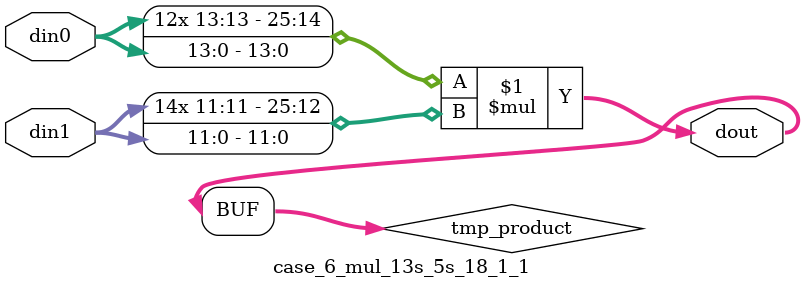
<source format=v>

`timescale 1 ns / 1 ps

 (* use_dsp = "no" *)  module case_6_mul_13s_5s_18_1_1(din0, din1, dout);
parameter ID = 1;
parameter NUM_STAGE = 0;
parameter din0_WIDTH = 14;
parameter din1_WIDTH = 12;
parameter dout_WIDTH = 26;

input [din0_WIDTH - 1 : 0] din0; 
input [din1_WIDTH - 1 : 0] din1; 
output [dout_WIDTH - 1 : 0] dout;

wire signed [dout_WIDTH - 1 : 0] tmp_product;



























assign tmp_product = $signed(din0) * $signed(din1);








assign dout = tmp_product;





















endmodule

</source>
